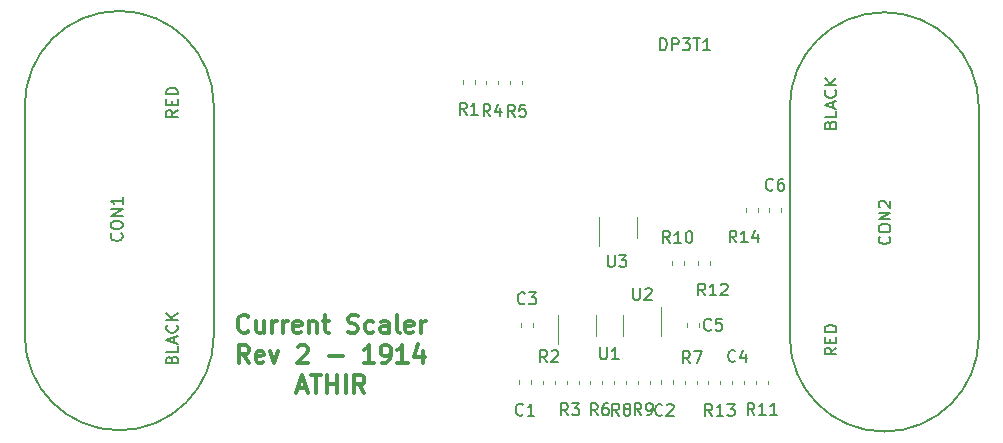
<source format=gto>
G04 #@! TF.GenerationSoftware,KiCad,Pcbnew,(5.0.0)*
G04 #@! TF.CreationDate,2019-04-01T19:30:18+02:00*
G04 #@! TF.ProjectId,currentscaler,63757272656E747363616C65722E6B69,rev?*
G04 #@! TF.SameCoordinates,Original*
G04 #@! TF.FileFunction,Legend,Top*
G04 #@! TF.FilePolarity,Positive*
%FSLAX46Y46*%
G04 Gerber Fmt 4.6, Leading zero omitted, Abs format (unit mm)*
G04 Created by KiCad (PCBNEW (5.0.0)) date 04/01/19 19:30:18*
%MOMM*%
%LPD*%
G01*
G04 APERTURE LIST*
%ADD10C,0.300000*%
%ADD11C,0.150000*%
%ADD12C,0.120000*%
G04 APERTURE END LIST*
D10*
X114400000Y-118485714D02*
X114328571Y-118557142D01*
X114114285Y-118628571D01*
X113971428Y-118628571D01*
X113757142Y-118557142D01*
X113614285Y-118414285D01*
X113542857Y-118271428D01*
X113471428Y-117985714D01*
X113471428Y-117771428D01*
X113542857Y-117485714D01*
X113614285Y-117342857D01*
X113757142Y-117200000D01*
X113971428Y-117128571D01*
X114114285Y-117128571D01*
X114328571Y-117200000D01*
X114400000Y-117271428D01*
X115685714Y-117628571D02*
X115685714Y-118628571D01*
X115042857Y-117628571D02*
X115042857Y-118414285D01*
X115114285Y-118557142D01*
X115257142Y-118628571D01*
X115471428Y-118628571D01*
X115614285Y-118557142D01*
X115685714Y-118485714D01*
X116400000Y-118628571D02*
X116400000Y-117628571D01*
X116400000Y-117914285D02*
X116471428Y-117771428D01*
X116542857Y-117700000D01*
X116685714Y-117628571D01*
X116828571Y-117628571D01*
X117328571Y-118628571D02*
X117328571Y-117628571D01*
X117328571Y-117914285D02*
X117400000Y-117771428D01*
X117471428Y-117700000D01*
X117614285Y-117628571D01*
X117757142Y-117628571D01*
X118828571Y-118557142D02*
X118685714Y-118628571D01*
X118400000Y-118628571D01*
X118257142Y-118557142D01*
X118185714Y-118414285D01*
X118185714Y-117842857D01*
X118257142Y-117700000D01*
X118400000Y-117628571D01*
X118685714Y-117628571D01*
X118828571Y-117700000D01*
X118900000Y-117842857D01*
X118900000Y-117985714D01*
X118185714Y-118128571D01*
X119542857Y-117628571D02*
X119542857Y-118628571D01*
X119542857Y-117771428D02*
X119614285Y-117700000D01*
X119757142Y-117628571D01*
X119971428Y-117628571D01*
X120114285Y-117700000D01*
X120185714Y-117842857D01*
X120185714Y-118628571D01*
X120685714Y-117628571D02*
X121257142Y-117628571D01*
X120900000Y-117128571D02*
X120900000Y-118414285D01*
X120971428Y-118557142D01*
X121114285Y-118628571D01*
X121257142Y-118628571D01*
X122828571Y-118557142D02*
X123042857Y-118628571D01*
X123400000Y-118628571D01*
X123542857Y-118557142D01*
X123614285Y-118485714D01*
X123685714Y-118342857D01*
X123685714Y-118200000D01*
X123614285Y-118057142D01*
X123542857Y-117985714D01*
X123400000Y-117914285D01*
X123114285Y-117842857D01*
X122971428Y-117771428D01*
X122900000Y-117700000D01*
X122828571Y-117557142D01*
X122828571Y-117414285D01*
X122900000Y-117271428D01*
X122971428Y-117200000D01*
X123114285Y-117128571D01*
X123471428Y-117128571D01*
X123685714Y-117200000D01*
X124971428Y-118557142D02*
X124828571Y-118628571D01*
X124542857Y-118628571D01*
X124400000Y-118557142D01*
X124328571Y-118485714D01*
X124257142Y-118342857D01*
X124257142Y-117914285D01*
X124328571Y-117771428D01*
X124400000Y-117700000D01*
X124542857Y-117628571D01*
X124828571Y-117628571D01*
X124971428Y-117700000D01*
X126257142Y-118628571D02*
X126257142Y-117842857D01*
X126185714Y-117700000D01*
X126042857Y-117628571D01*
X125757142Y-117628571D01*
X125614285Y-117700000D01*
X126257142Y-118557142D02*
X126114285Y-118628571D01*
X125757142Y-118628571D01*
X125614285Y-118557142D01*
X125542857Y-118414285D01*
X125542857Y-118271428D01*
X125614285Y-118128571D01*
X125757142Y-118057142D01*
X126114285Y-118057142D01*
X126257142Y-117985714D01*
X127185714Y-118628571D02*
X127042857Y-118557142D01*
X126971428Y-118414285D01*
X126971428Y-117128571D01*
X128328571Y-118557142D02*
X128185714Y-118628571D01*
X127900000Y-118628571D01*
X127757142Y-118557142D01*
X127685714Y-118414285D01*
X127685714Y-117842857D01*
X127757142Y-117700000D01*
X127900000Y-117628571D01*
X128185714Y-117628571D01*
X128328571Y-117700000D01*
X128400000Y-117842857D01*
X128400000Y-117985714D01*
X127685714Y-118128571D01*
X129042857Y-118628571D02*
X129042857Y-117628571D01*
X129042857Y-117914285D02*
X129114285Y-117771428D01*
X129185714Y-117700000D01*
X129328571Y-117628571D01*
X129471428Y-117628571D01*
X114435714Y-121178571D02*
X113935714Y-120464285D01*
X113578571Y-121178571D02*
X113578571Y-119678571D01*
X114150000Y-119678571D01*
X114292857Y-119750000D01*
X114364285Y-119821428D01*
X114435714Y-119964285D01*
X114435714Y-120178571D01*
X114364285Y-120321428D01*
X114292857Y-120392857D01*
X114150000Y-120464285D01*
X113578571Y-120464285D01*
X115650000Y-121107142D02*
X115507142Y-121178571D01*
X115221428Y-121178571D01*
X115078571Y-121107142D01*
X115007142Y-120964285D01*
X115007142Y-120392857D01*
X115078571Y-120250000D01*
X115221428Y-120178571D01*
X115507142Y-120178571D01*
X115650000Y-120250000D01*
X115721428Y-120392857D01*
X115721428Y-120535714D01*
X115007142Y-120678571D01*
X116221428Y-120178571D02*
X116578571Y-121178571D01*
X116935714Y-120178571D01*
X118578571Y-119821428D02*
X118650000Y-119750000D01*
X118792857Y-119678571D01*
X119150000Y-119678571D01*
X119292857Y-119750000D01*
X119364285Y-119821428D01*
X119435714Y-119964285D01*
X119435714Y-120107142D01*
X119364285Y-120321428D01*
X118507142Y-121178571D01*
X119435714Y-121178571D01*
X121221428Y-120607142D02*
X122364285Y-120607142D01*
X125007142Y-121178571D02*
X124150000Y-121178571D01*
X124578571Y-121178571D02*
X124578571Y-119678571D01*
X124435714Y-119892857D01*
X124292857Y-120035714D01*
X124150000Y-120107142D01*
X125721428Y-121178571D02*
X126007142Y-121178571D01*
X126150000Y-121107142D01*
X126221428Y-121035714D01*
X126364285Y-120821428D01*
X126435714Y-120535714D01*
X126435714Y-119964285D01*
X126364285Y-119821428D01*
X126292857Y-119750000D01*
X126150000Y-119678571D01*
X125864285Y-119678571D01*
X125721428Y-119750000D01*
X125650000Y-119821428D01*
X125578571Y-119964285D01*
X125578571Y-120321428D01*
X125650000Y-120464285D01*
X125721428Y-120535714D01*
X125864285Y-120607142D01*
X126150000Y-120607142D01*
X126292857Y-120535714D01*
X126364285Y-120464285D01*
X126435714Y-120321428D01*
X127864285Y-121178571D02*
X127007142Y-121178571D01*
X127435714Y-121178571D02*
X127435714Y-119678571D01*
X127292857Y-119892857D01*
X127150000Y-120035714D01*
X127007142Y-120107142D01*
X129150000Y-120178571D02*
X129150000Y-121178571D01*
X128792857Y-119607142D02*
X128435714Y-120678571D01*
X129364285Y-120678571D01*
X118578571Y-123300000D02*
X119292857Y-123300000D01*
X118435714Y-123728571D02*
X118935714Y-122228571D01*
X119435714Y-123728571D01*
X119721428Y-122228571D02*
X120578571Y-122228571D01*
X120150000Y-123728571D02*
X120150000Y-122228571D01*
X121078571Y-123728571D02*
X121078571Y-122228571D01*
X121078571Y-122942857D02*
X121935714Y-122942857D01*
X121935714Y-123728571D02*
X121935714Y-122228571D01*
X122650000Y-123728571D02*
X122650000Y-122228571D01*
X124221428Y-123728571D02*
X123721428Y-123014285D01*
X123364285Y-123728571D02*
X123364285Y-122228571D01*
X123935714Y-122228571D01*
X124078571Y-122300000D01*
X124150000Y-122371428D01*
X124221428Y-122514285D01*
X124221428Y-122728571D01*
X124150000Y-122871428D01*
X124078571Y-122942857D01*
X123935714Y-123014285D01*
X123364285Y-123014285D01*
D11*
G04 #@! TO.C,CON2*
X160230000Y-99500000D02*
X160230000Y-119000000D01*
X176230000Y-119000000D02*
X176230000Y-99500000D01*
X176230000Y-119000000D02*
G75*
G02X160230000Y-119000000I-8000000J0D01*
G01*
X160230000Y-99500000D02*
G75*
G02X176230000Y-99500000I8000000J0D01*
G01*
G04 #@! TO.C,CON1*
X111460000Y-118890000D02*
X111460000Y-99390000D01*
X95460000Y-99390000D02*
X95460000Y-118890000D01*
X95460000Y-99390000D02*
G75*
G02X111460000Y-99390000I8000000J0D01*
G01*
X111460000Y-118890000D02*
G75*
G02X95460000Y-118890000I-8000000J0D01*
G01*
D12*
G04 #@! TO.C,C2*
X149340000Y-123000279D02*
X149340000Y-122674721D01*
X150360000Y-123000279D02*
X150360000Y-122674721D01*
G04 #@! TO.C,U1*
X143860000Y-118900000D02*
X143860000Y-117100000D01*
X140640000Y-117100000D02*
X140640000Y-119550000D01*
G04 #@! TO.C,U2*
X149360000Y-118900000D02*
X149360000Y-116450000D01*
X146140000Y-117100000D02*
X146140000Y-118900000D01*
G04 #@! TO.C,U3*
X147260000Y-110650000D02*
X147260000Y-108850000D01*
X144040000Y-108850000D02*
X144040000Y-111300000D01*
G04 #@! TO.C,R9*
X147340000Y-123012779D02*
X147340000Y-122687221D01*
X148360000Y-123012779D02*
X148360000Y-122687221D01*
G04 #@! TO.C,R6*
X143340000Y-122687221D02*
X143340000Y-123012779D01*
X144360000Y-122687221D02*
X144360000Y-123012779D01*
G04 #@! TO.C,R10*
X151260000Y-112587221D02*
X151260000Y-112912779D01*
X150240000Y-112587221D02*
X150240000Y-112912779D01*
G04 #@! TO.C,R4*
X134540000Y-97287221D02*
X134540000Y-97612779D01*
X135560000Y-97287221D02*
X135560000Y-97612779D01*
G04 #@! TO.C,R7*
X151340000Y-123012779D02*
X151340000Y-122687221D01*
X152360000Y-123012779D02*
X152360000Y-122687221D01*
G04 #@! TO.C,R8*
X146360000Y-123012779D02*
X146360000Y-122687221D01*
X145340000Y-123012779D02*
X145340000Y-122687221D01*
G04 #@! TO.C,R5*
X137560000Y-97287221D02*
X137560000Y-97612779D01*
X136540000Y-97287221D02*
X136540000Y-97612779D01*
G04 #@! TO.C,R14*
X156490000Y-108049721D02*
X156490000Y-108375279D01*
X157510000Y-108049721D02*
X157510000Y-108375279D01*
G04 #@! TO.C,R13*
X153340000Y-123012779D02*
X153340000Y-122687221D01*
X154360000Y-123012779D02*
X154360000Y-122687221D01*
G04 #@! TO.C,R3*
X141340000Y-122687221D02*
X141340000Y-123012779D01*
X142360000Y-122687221D02*
X142360000Y-123012779D01*
G04 #@! TO.C,R2*
X139340000Y-122687221D02*
X139340000Y-123012779D01*
X140360000Y-122687221D02*
X140360000Y-123012779D01*
G04 #@! TO.C,R1*
X133560000Y-97247221D02*
X133560000Y-97572779D01*
X132540000Y-97247221D02*
X132540000Y-97572779D01*
G04 #@! TO.C,R12*
X152490000Y-112912779D02*
X152490000Y-112587221D01*
X153510000Y-112912779D02*
X153510000Y-112587221D01*
G04 #@! TO.C,C6*
X158490000Y-108087221D02*
X158490000Y-108412779D01*
X159510000Y-108087221D02*
X159510000Y-108412779D01*
G04 #@! TO.C,R11*
X158360000Y-123012779D02*
X158360000Y-122687221D01*
X157340000Y-123012779D02*
X157340000Y-122687221D01*
G04 #@! TO.C,C5*
X151490000Y-118162779D02*
X151490000Y-117837221D01*
X152510000Y-118162779D02*
X152510000Y-117837221D01*
G04 #@! TO.C,C4*
X156360000Y-123012779D02*
X156360000Y-122687221D01*
X155340000Y-123012779D02*
X155340000Y-122687221D01*
G04 #@! TO.C,C3*
X138510000Y-117837221D02*
X138510000Y-118162779D01*
X137490000Y-117837221D02*
X137490000Y-118162779D01*
G04 #@! TO.C,C1*
X137340000Y-122674721D02*
X137340000Y-123000279D01*
X138360000Y-122674721D02*
X138360000Y-123000279D01*
G04 #@! TO.C,CON2*
D11*
X168657142Y-110504285D02*
X168704761Y-110551904D01*
X168752380Y-110694761D01*
X168752380Y-110790000D01*
X168704761Y-110932857D01*
X168609523Y-111028095D01*
X168514285Y-111075714D01*
X168323809Y-111123333D01*
X168180952Y-111123333D01*
X167990476Y-111075714D01*
X167895238Y-111028095D01*
X167800000Y-110932857D01*
X167752380Y-110790000D01*
X167752380Y-110694761D01*
X167800000Y-110551904D01*
X167847619Y-110504285D01*
X167752380Y-109885238D02*
X167752380Y-109694761D01*
X167800000Y-109599523D01*
X167895238Y-109504285D01*
X168085714Y-109456666D01*
X168419047Y-109456666D01*
X168609523Y-109504285D01*
X168704761Y-109599523D01*
X168752380Y-109694761D01*
X168752380Y-109885238D01*
X168704761Y-109980476D01*
X168609523Y-110075714D01*
X168419047Y-110123333D01*
X168085714Y-110123333D01*
X167895238Y-110075714D01*
X167800000Y-109980476D01*
X167752380Y-109885238D01*
X168752380Y-109028095D02*
X167752380Y-109028095D01*
X168752380Y-108456666D01*
X167752380Y-108456666D01*
X167847619Y-108028095D02*
X167800000Y-107980476D01*
X167752380Y-107885238D01*
X167752380Y-107647142D01*
X167800000Y-107551904D01*
X167847619Y-107504285D01*
X167942857Y-107456666D01*
X168038095Y-107456666D01*
X168180952Y-107504285D01*
X168752380Y-108075714D01*
X168752380Y-107456666D01*
X163658571Y-101011904D02*
X163706190Y-100869047D01*
X163753809Y-100821428D01*
X163849047Y-100773809D01*
X163991904Y-100773809D01*
X164087142Y-100821428D01*
X164134761Y-100869047D01*
X164182380Y-100964285D01*
X164182380Y-101345238D01*
X163182380Y-101345238D01*
X163182380Y-101011904D01*
X163230000Y-100916666D01*
X163277619Y-100869047D01*
X163372857Y-100821428D01*
X163468095Y-100821428D01*
X163563333Y-100869047D01*
X163610952Y-100916666D01*
X163658571Y-101011904D01*
X163658571Y-101345238D01*
X164182380Y-99869047D02*
X164182380Y-100345238D01*
X163182380Y-100345238D01*
X163896666Y-99583333D02*
X163896666Y-99107142D01*
X164182380Y-99678571D02*
X163182380Y-99345238D01*
X164182380Y-99011904D01*
X164087142Y-98107142D02*
X164134761Y-98154761D01*
X164182380Y-98297619D01*
X164182380Y-98392857D01*
X164134761Y-98535714D01*
X164039523Y-98630952D01*
X163944285Y-98678571D01*
X163753809Y-98726190D01*
X163610952Y-98726190D01*
X163420476Y-98678571D01*
X163325238Y-98630952D01*
X163230000Y-98535714D01*
X163182380Y-98392857D01*
X163182380Y-98297619D01*
X163230000Y-98154761D01*
X163277619Y-98107142D01*
X164182380Y-97678571D02*
X163182380Y-97678571D01*
X164182380Y-97107142D02*
X163610952Y-97535714D01*
X163182380Y-97107142D02*
X163753809Y-97678571D01*
X164182380Y-119892857D02*
X163706190Y-120226190D01*
X164182380Y-120464285D02*
X163182380Y-120464285D01*
X163182380Y-120083333D01*
X163230000Y-119988095D01*
X163277619Y-119940476D01*
X163372857Y-119892857D01*
X163515714Y-119892857D01*
X163610952Y-119940476D01*
X163658571Y-119988095D01*
X163706190Y-120083333D01*
X163706190Y-120464285D01*
X163658571Y-119464285D02*
X163658571Y-119130952D01*
X164182380Y-118988095D02*
X164182380Y-119464285D01*
X163182380Y-119464285D01*
X163182380Y-118988095D01*
X164182380Y-118559523D02*
X163182380Y-118559523D01*
X163182380Y-118321428D01*
X163230000Y-118178571D01*
X163325238Y-118083333D01*
X163420476Y-118035714D01*
X163610952Y-117988095D01*
X163753809Y-117988095D01*
X163944285Y-118035714D01*
X164039523Y-118083333D01*
X164134761Y-118178571D01*
X164182380Y-118321428D01*
X164182380Y-118559523D01*
G04 #@! TO.C,CON1*
X103647142Y-110224285D02*
X103694761Y-110271904D01*
X103742380Y-110414761D01*
X103742380Y-110510000D01*
X103694761Y-110652857D01*
X103599523Y-110748095D01*
X103504285Y-110795714D01*
X103313809Y-110843333D01*
X103170952Y-110843333D01*
X102980476Y-110795714D01*
X102885238Y-110748095D01*
X102790000Y-110652857D01*
X102742380Y-110510000D01*
X102742380Y-110414761D01*
X102790000Y-110271904D01*
X102837619Y-110224285D01*
X102742380Y-109605238D02*
X102742380Y-109414761D01*
X102790000Y-109319523D01*
X102885238Y-109224285D01*
X103075714Y-109176666D01*
X103409047Y-109176666D01*
X103599523Y-109224285D01*
X103694761Y-109319523D01*
X103742380Y-109414761D01*
X103742380Y-109605238D01*
X103694761Y-109700476D01*
X103599523Y-109795714D01*
X103409047Y-109843333D01*
X103075714Y-109843333D01*
X102885238Y-109795714D01*
X102790000Y-109700476D01*
X102742380Y-109605238D01*
X103742380Y-108748095D02*
X102742380Y-108748095D01*
X103742380Y-108176666D01*
X102742380Y-108176666D01*
X103742380Y-107176666D02*
X103742380Y-107748095D01*
X103742380Y-107462380D02*
X102742380Y-107462380D01*
X102885238Y-107557619D01*
X102980476Y-107652857D01*
X103028095Y-107748095D01*
X107888571Y-120901904D02*
X107936190Y-120759047D01*
X107983809Y-120711428D01*
X108079047Y-120663809D01*
X108221904Y-120663809D01*
X108317142Y-120711428D01*
X108364761Y-120759047D01*
X108412380Y-120854285D01*
X108412380Y-121235238D01*
X107412380Y-121235238D01*
X107412380Y-120901904D01*
X107460000Y-120806666D01*
X107507619Y-120759047D01*
X107602857Y-120711428D01*
X107698095Y-120711428D01*
X107793333Y-120759047D01*
X107840952Y-120806666D01*
X107888571Y-120901904D01*
X107888571Y-121235238D01*
X108412380Y-119759047D02*
X108412380Y-120235238D01*
X107412380Y-120235238D01*
X108126666Y-119473333D02*
X108126666Y-118997142D01*
X108412380Y-119568571D02*
X107412380Y-119235238D01*
X108412380Y-118901904D01*
X108317142Y-117997142D02*
X108364761Y-118044761D01*
X108412380Y-118187619D01*
X108412380Y-118282857D01*
X108364761Y-118425714D01*
X108269523Y-118520952D01*
X108174285Y-118568571D01*
X107983809Y-118616190D01*
X107840952Y-118616190D01*
X107650476Y-118568571D01*
X107555238Y-118520952D01*
X107460000Y-118425714D01*
X107412380Y-118282857D01*
X107412380Y-118187619D01*
X107460000Y-118044761D01*
X107507619Y-117997142D01*
X108412380Y-117568571D02*
X107412380Y-117568571D01*
X108412380Y-116997142D02*
X107840952Y-117425714D01*
X107412380Y-116997142D02*
X107983809Y-117568571D01*
X108412380Y-99782857D02*
X107936190Y-100116190D01*
X108412380Y-100354285D02*
X107412380Y-100354285D01*
X107412380Y-99973333D01*
X107460000Y-99878095D01*
X107507619Y-99830476D01*
X107602857Y-99782857D01*
X107745714Y-99782857D01*
X107840952Y-99830476D01*
X107888571Y-99878095D01*
X107936190Y-99973333D01*
X107936190Y-100354285D01*
X107888571Y-99354285D02*
X107888571Y-99020952D01*
X108412380Y-98878095D02*
X108412380Y-99354285D01*
X107412380Y-99354285D01*
X107412380Y-98878095D01*
X108412380Y-98449523D02*
X107412380Y-98449523D01*
X107412380Y-98211428D01*
X107460000Y-98068571D01*
X107555238Y-97973333D01*
X107650476Y-97925714D01*
X107840952Y-97878095D01*
X107983809Y-97878095D01*
X108174285Y-97925714D01*
X108269523Y-97973333D01*
X108364761Y-98068571D01*
X108412380Y-98211428D01*
X108412380Y-98449523D01*
G04 #@! TO.C,DP3T1*
X149254761Y-94702380D02*
X149254761Y-93702380D01*
X149492857Y-93702380D01*
X149635714Y-93750000D01*
X149730952Y-93845238D01*
X149778571Y-93940476D01*
X149826190Y-94130952D01*
X149826190Y-94273809D01*
X149778571Y-94464285D01*
X149730952Y-94559523D01*
X149635714Y-94654761D01*
X149492857Y-94702380D01*
X149254761Y-94702380D01*
X150254761Y-94702380D02*
X150254761Y-93702380D01*
X150635714Y-93702380D01*
X150730952Y-93750000D01*
X150778571Y-93797619D01*
X150826190Y-93892857D01*
X150826190Y-94035714D01*
X150778571Y-94130952D01*
X150730952Y-94178571D01*
X150635714Y-94226190D01*
X150254761Y-94226190D01*
X151159523Y-93702380D02*
X151778571Y-93702380D01*
X151445238Y-94083333D01*
X151588095Y-94083333D01*
X151683333Y-94130952D01*
X151730952Y-94178571D01*
X151778571Y-94273809D01*
X151778571Y-94511904D01*
X151730952Y-94607142D01*
X151683333Y-94654761D01*
X151588095Y-94702380D01*
X151302380Y-94702380D01*
X151207142Y-94654761D01*
X151159523Y-94607142D01*
X152064285Y-93702380D02*
X152635714Y-93702380D01*
X152350000Y-94702380D02*
X152350000Y-93702380D01*
X153492857Y-94702380D02*
X152921428Y-94702380D01*
X153207142Y-94702380D02*
X153207142Y-93702380D01*
X153111904Y-93845238D01*
X153016666Y-93940476D01*
X152921428Y-93988095D01*
G04 #@! TO.C,C2*
X149433333Y-125577142D02*
X149385714Y-125624761D01*
X149242857Y-125672380D01*
X149147619Y-125672380D01*
X149004761Y-125624761D01*
X148909523Y-125529523D01*
X148861904Y-125434285D01*
X148814285Y-125243809D01*
X148814285Y-125100952D01*
X148861904Y-124910476D01*
X148909523Y-124815238D01*
X149004761Y-124720000D01*
X149147619Y-124672380D01*
X149242857Y-124672380D01*
X149385714Y-124720000D01*
X149433333Y-124767619D01*
X149814285Y-124767619D02*
X149861904Y-124720000D01*
X149957142Y-124672380D01*
X150195238Y-124672380D01*
X150290476Y-124720000D01*
X150338095Y-124767619D01*
X150385714Y-124862857D01*
X150385714Y-124958095D01*
X150338095Y-125100952D01*
X149766666Y-125672380D01*
X150385714Y-125672380D01*
G04 #@! TO.C,U1*
X144158095Y-119872380D02*
X144158095Y-120681904D01*
X144205714Y-120777142D01*
X144253333Y-120824761D01*
X144348571Y-120872380D01*
X144539047Y-120872380D01*
X144634285Y-120824761D01*
X144681904Y-120777142D01*
X144729523Y-120681904D01*
X144729523Y-119872380D01*
X145729523Y-120872380D02*
X145158095Y-120872380D01*
X145443809Y-120872380D02*
X145443809Y-119872380D01*
X145348571Y-120015238D01*
X145253333Y-120110476D01*
X145158095Y-120158095D01*
G04 #@! TO.C,U2*
X146968095Y-114842380D02*
X146968095Y-115651904D01*
X147015714Y-115747142D01*
X147063333Y-115794761D01*
X147158571Y-115842380D01*
X147349047Y-115842380D01*
X147444285Y-115794761D01*
X147491904Y-115747142D01*
X147539523Y-115651904D01*
X147539523Y-114842380D01*
X147968095Y-114937619D02*
X148015714Y-114890000D01*
X148110952Y-114842380D01*
X148349047Y-114842380D01*
X148444285Y-114890000D01*
X148491904Y-114937619D01*
X148539523Y-115032857D01*
X148539523Y-115128095D01*
X148491904Y-115270952D01*
X147920476Y-115842380D01*
X148539523Y-115842380D01*
G04 #@! TO.C,U3*
X144828095Y-112072380D02*
X144828095Y-112881904D01*
X144875714Y-112977142D01*
X144923333Y-113024761D01*
X145018571Y-113072380D01*
X145209047Y-113072380D01*
X145304285Y-113024761D01*
X145351904Y-112977142D01*
X145399523Y-112881904D01*
X145399523Y-112072380D01*
X145780476Y-112072380D02*
X146399523Y-112072380D01*
X146066190Y-112453333D01*
X146209047Y-112453333D01*
X146304285Y-112500952D01*
X146351904Y-112548571D01*
X146399523Y-112643809D01*
X146399523Y-112881904D01*
X146351904Y-112977142D01*
X146304285Y-113024761D01*
X146209047Y-113072380D01*
X145923333Y-113072380D01*
X145828095Y-113024761D01*
X145780476Y-112977142D01*
G04 #@! TO.C,R9*
X147663333Y-125602380D02*
X147330000Y-125126190D01*
X147091904Y-125602380D02*
X147091904Y-124602380D01*
X147472857Y-124602380D01*
X147568095Y-124650000D01*
X147615714Y-124697619D01*
X147663333Y-124792857D01*
X147663333Y-124935714D01*
X147615714Y-125030952D01*
X147568095Y-125078571D01*
X147472857Y-125126190D01*
X147091904Y-125126190D01*
X148139523Y-125602380D02*
X148330000Y-125602380D01*
X148425238Y-125554761D01*
X148472857Y-125507142D01*
X148568095Y-125364285D01*
X148615714Y-125173809D01*
X148615714Y-124792857D01*
X148568095Y-124697619D01*
X148520476Y-124650000D01*
X148425238Y-124602380D01*
X148234761Y-124602380D01*
X148139523Y-124650000D01*
X148091904Y-124697619D01*
X148044285Y-124792857D01*
X148044285Y-125030952D01*
X148091904Y-125126190D01*
X148139523Y-125173809D01*
X148234761Y-125221428D01*
X148425238Y-125221428D01*
X148520476Y-125173809D01*
X148568095Y-125126190D01*
X148615714Y-125030952D01*
G04 #@! TO.C,R6*
X143953333Y-125622380D02*
X143620000Y-125146190D01*
X143381904Y-125622380D02*
X143381904Y-124622380D01*
X143762857Y-124622380D01*
X143858095Y-124670000D01*
X143905714Y-124717619D01*
X143953333Y-124812857D01*
X143953333Y-124955714D01*
X143905714Y-125050952D01*
X143858095Y-125098571D01*
X143762857Y-125146190D01*
X143381904Y-125146190D01*
X144810476Y-124622380D02*
X144620000Y-124622380D01*
X144524761Y-124670000D01*
X144477142Y-124717619D01*
X144381904Y-124860476D01*
X144334285Y-125050952D01*
X144334285Y-125431904D01*
X144381904Y-125527142D01*
X144429523Y-125574761D01*
X144524761Y-125622380D01*
X144715238Y-125622380D01*
X144810476Y-125574761D01*
X144858095Y-125527142D01*
X144905714Y-125431904D01*
X144905714Y-125193809D01*
X144858095Y-125098571D01*
X144810476Y-125050952D01*
X144715238Y-125003333D01*
X144524761Y-125003333D01*
X144429523Y-125050952D01*
X144381904Y-125098571D01*
X144334285Y-125193809D01*
G04 #@! TO.C,R10*
X150087142Y-111032380D02*
X149753809Y-110556190D01*
X149515714Y-111032380D02*
X149515714Y-110032380D01*
X149896666Y-110032380D01*
X149991904Y-110080000D01*
X150039523Y-110127619D01*
X150087142Y-110222857D01*
X150087142Y-110365714D01*
X150039523Y-110460952D01*
X149991904Y-110508571D01*
X149896666Y-110556190D01*
X149515714Y-110556190D01*
X151039523Y-111032380D02*
X150468095Y-111032380D01*
X150753809Y-111032380D02*
X150753809Y-110032380D01*
X150658571Y-110175238D01*
X150563333Y-110270476D01*
X150468095Y-110318095D01*
X151658571Y-110032380D02*
X151753809Y-110032380D01*
X151849047Y-110080000D01*
X151896666Y-110127619D01*
X151944285Y-110222857D01*
X151991904Y-110413333D01*
X151991904Y-110651428D01*
X151944285Y-110841904D01*
X151896666Y-110937142D01*
X151849047Y-110984761D01*
X151753809Y-111032380D01*
X151658571Y-111032380D01*
X151563333Y-110984761D01*
X151515714Y-110937142D01*
X151468095Y-110841904D01*
X151420476Y-110651428D01*
X151420476Y-110413333D01*
X151468095Y-110222857D01*
X151515714Y-110127619D01*
X151563333Y-110080000D01*
X151658571Y-110032380D01*
G04 #@! TO.C,R4*
X134873333Y-100302380D02*
X134540000Y-99826190D01*
X134301904Y-100302380D02*
X134301904Y-99302380D01*
X134682857Y-99302380D01*
X134778095Y-99350000D01*
X134825714Y-99397619D01*
X134873333Y-99492857D01*
X134873333Y-99635714D01*
X134825714Y-99730952D01*
X134778095Y-99778571D01*
X134682857Y-99826190D01*
X134301904Y-99826190D01*
X135730476Y-99635714D02*
X135730476Y-100302380D01*
X135492380Y-99254761D02*
X135254285Y-99969047D01*
X135873333Y-99969047D01*
G04 #@! TO.C,R7*
X151773333Y-121212380D02*
X151440000Y-120736190D01*
X151201904Y-121212380D02*
X151201904Y-120212380D01*
X151582857Y-120212380D01*
X151678095Y-120260000D01*
X151725714Y-120307619D01*
X151773333Y-120402857D01*
X151773333Y-120545714D01*
X151725714Y-120640952D01*
X151678095Y-120688571D01*
X151582857Y-120736190D01*
X151201904Y-120736190D01*
X152106666Y-120212380D02*
X152773333Y-120212380D01*
X152344761Y-121212380D01*
G04 #@! TO.C,R8*
X145783333Y-125642380D02*
X145450000Y-125166190D01*
X145211904Y-125642380D02*
X145211904Y-124642380D01*
X145592857Y-124642380D01*
X145688095Y-124690000D01*
X145735714Y-124737619D01*
X145783333Y-124832857D01*
X145783333Y-124975714D01*
X145735714Y-125070952D01*
X145688095Y-125118571D01*
X145592857Y-125166190D01*
X145211904Y-125166190D01*
X146354761Y-125070952D02*
X146259523Y-125023333D01*
X146211904Y-124975714D01*
X146164285Y-124880476D01*
X146164285Y-124832857D01*
X146211904Y-124737619D01*
X146259523Y-124690000D01*
X146354761Y-124642380D01*
X146545238Y-124642380D01*
X146640476Y-124690000D01*
X146688095Y-124737619D01*
X146735714Y-124832857D01*
X146735714Y-124880476D01*
X146688095Y-124975714D01*
X146640476Y-125023333D01*
X146545238Y-125070952D01*
X146354761Y-125070952D01*
X146259523Y-125118571D01*
X146211904Y-125166190D01*
X146164285Y-125261428D01*
X146164285Y-125451904D01*
X146211904Y-125547142D01*
X146259523Y-125594761D01*
X146354761Y-125642380D01*
X146545238Y-125642380D01*
X146640476Y-125594761D01*
X146688095Y-125547142D01*
X146735714Y-125451904D01*
X146735714Y-125261428D01*
X146688095Y-125166190D01*
X146640476Y-125118571D01*
X146545238Y-125070952D01*
G04 #@! TO.C,R5*
X136933333Y-100342380D02*
X136600000Y-99866190D01*
X136361904Y-100342380D02*
X136361904Y-99342380D01*
X136742857Y-99342380D01*
X136838095Y-99390000D01*
X136885714Y-99437619D01*
X136933333Y-99532857D01*
X136933333Y-99675714D01*
X136885714Y-99770952D01*
X136838095Y-99818571D01*
X136742857Y-99866190D01*
X136361904Y-99866190D01*
X137838095Y-99342380D02*
X137361904Y-99342380D01*
X137314285Y-99818571D01*
X137361904Y-99770952D01*
X137457142Y-99723333D01*
X137695238Y-99723333D01*
X137790476Y-99770952D01*
X137838095Y-99818571D01*
X137885714Y-99913809D01*
X137885714Y-100151904D01*
X137838095Y-100247142D01*
X137790476Y-100294761D01*
X137695238Y-100342380D01*
X137457142Y-100342380D01*
X137361904Y-100294761D01*
X137314285Y-100247142D01*
G04 #@! TO.C,R14*
X155707142Y-110982380D02*
X155373809Y-110506190D01*
X155135714Y-110982380D02*
X155135714Y-109982380D01*
X155516666Y-109982380D01*
X155611904Y-110030000D01*
X155659523Y-110077619D01*
X155707142Y-110172857D01*
X155707142Y-110315714D01*
X155659523Y-110410952D01*
X155611904Y-110458571D01*
X155516666Y-110506190D01*
X155135714Y-110506190D01*
X156659523Y-110982380D02*
X156088095Y-110982380D01*
X156373809Y-110982380D02*
X156373809Y-109982380D01*
X156278571Y-110125238D01*
X156183333Y-110220476D01*
X156088095Y-110268095D01*
X157516666Y-110315714D02*
X157516666Y-110982380D01*
X157278571Y-109934761D02*
X157040476Y-110649047D01*
X157659523Y-110649047D01*
G04 #@! TO.C,R13*
X153657142Y-125672380D02*
X153323809Y-125196190D01*
X153085714Y-125672380D02*
X153085714Y-124672380D01*
X153466666Y-124672380D01*
X153561904Y-124720000D01*
X153609523Y-124767619D01*
X153657142Y-124862857D01*
X153657142Y-125005714D01*
X153609523Y-125100952D01*
X153561904Y-125148571D01*
X153466666Y-125196190D01*
X153085714Y-125196190D01*
X154609523Y-125672380D02*
X154038095Y-125672380D01*
X154323809Y-125672380D02*
X154323809Y-124672380D01*
X154228571Y-124815238D01*
X154133333Y-124910476D01*
X154038095Y-124958095D01*
X154942857Y-124672380D02*
X155561904Y-124672380D01*
X155228571Y-125053333D01*
X155371428Y-125053333D01*
X155466666Y-125100952D01*
X155514285Y-125148571D01*
X155561904Y-125243809D01*
X155561904Y-125481904D01*
X155514285Y-125577142D01*
X155466666Y-125624761D01*
X155371428Y-125672380D01*
X155085714Y-125672380D01*
X154990476Y-125624761D01*
X154942857Y-125577142D01*
G04 #@! TO.C,R3*
X141453333Y-125622380D02*
X141120000Y-125146190D01*
X140881904Y-125622380D02*
X140881904Y-124622380D01*
X141262857Y-124622380D01*
X141358095Y-124670000D01*
X141405714Y-124717619D01*
X141453333Y-124812857D01*
X141453333Y-124955714D01*
X141405714Y-125050952D01*
X141358095Y-125098571D01*
X141262857Y-125146190D01*
X140881904Y-125146190D01*
X141786666Y-124622380D02*
X142405714Y-124622380D01*
X142072380Y-125003333D01*
X142215238Y-125003333D01*
X142310476Y-125050952D01*
X142358095Y-125098571D01*
X142405714Y-125193809D01*
X142405714Y-125431904D01*
X142358095Y-125527142D01*
X142310476Y-125574761D01*
X142215238Y-125622380D01*
X141929523Y-125622380D01*
X141834285Y-125574761D01*
X141786666Y-125527142D01*
G04 #@! TO.C,R2*
X139693333Y-121122380D02*
X139360000Y-120646190D01*
X139121904Y-121122380D02*
X139121904Y-120122380D01*
X139502857Y-120122380D01*
X139598095Y-120170000D01*
X139645714Y-120217619D01*
X139693333Y-120312857D01*
X139693333Y-120455714D01*
X139645714Y-120550952D01*
X139598095Y-120598571D01*
X139502857Y-120646190D01*
X139121904Y-120646190D01*
X140074285Y-120217619D02*
X140121904Y-120170000D01*
X140217142Y-120122380D01*
X140455238Y-120122380D01*
X140550476Y-120170000D01*
X140598095Y-120217619D01*
X140645714Y-120312857D01*
X140645714Y-120408095D01*
X140598095Y-120550952D01*
X140026666Y-121122380D01*
X140645714Y-121122380D01*
G04 #@! TO.C,R1*
X132863333Y-100162380D02*
X132530000Y-99686190D01*
X132291904Y-100162380D02*
X132291904Y-99162380D01*
X132672857Y-99162380D01*
X132768095Y-99210000D01*
X132815714Y-99257619D01*
X132863333Y-99352857D01*
X132863333Y-99495714D01*
X132815714Y-99590952D01*
X132768095Y-99638571D01*
X132672857Y-99686190D01*
X132291904Y-99686190D01*
X133815714Y-100162380D02*
X133244285Y-100162380D01*
X133530000Y-100162380D02*
X133530000Y-99162380D01*
X133434761Y-99305238D01*
X133339523Y-99400476D01*
X133244285Y-99448095D01*
G04 #@! TO.C,R12*
X153067142Y-115472380D02*
X152733809Y-114996190D01*
X152495714Y-115472380D02*
X152495714Y-114472380D01*
X152876666Y-114472380D01*
X152971904Y-114520000D01*
X153019523Y-114567619D01*
X153067142Y-114662857D01*
X153067142Y-114805714D01*
X153019523Y-114900952D01*
X152971904Y-114948571D01*
X152876666Y-114996190D01*
X152495714Y-114996190D01*
X154019523Y-115472380D02*
X153448095Y-115472380D01*
X153733809Y-115472380D02*
X153733809Y-114472380D01*
X153638571Y-114615238D01*
X153543333Y-114710476D01*
X153448095Y-114758095D01*
X154400476Y-114567619D02*
X154448095Y-114520000D01*
X154543333Y-114472380D01*
X154781428Y-114472380D01*
X154876666Y-114520000D01*
X154924285Y-114567619D01*
X154971904Y-114662857D01*
X154971904Y-114758095D01*
X154924285Y-114900952D01*
X154352857Y-115472380D01*
X154971904Y-115472380D01*
G04 #@! TO.C,C6*
X158813333Y-106497142D02*
X158765714Y-106544761D01*
X158622857Y-106592380D01*
X158527619Y-106592380D01*
X158384761Y-106544761D01*
X158289523Y-106449523D01*
X158241904Y-106354285D01*
X158194285Y-106163809D01*
X158194285Y-106020952D01*
X158241904Y-105830476D01*
X158289523Y-105735238D01*
X158384761Y-105640000D01*
X158527619Y-105592380D01*
X158622857Y-105592380D01*
X158765714Y-105640000D01*
X158813333Y-105687619D01*
X159670476Y-105592380D02*
X159480000Y-105592380D01*
X159384761Y-105640000D01*
X159337142Y-105687619D01*
X159241904Y-105830476D01*
X159194285Y-106020952D01*
X159194285Y-106401904D01*
X159241904Y-106497142D01*
X159289523Y-106544761D01*
X159384761Y-106592380D01*
X159575238Y-106592380D01*
X159670476Y-106544761D01*
X159718095Y-106497142D01*
X159765714Y-106401904D01*
X159765714Y-106163809D01*
X159718095Y-106068571D01*
X159670476Y-106020952D01*
X159575238Y-105973333D01*
X159384761Y-105973333D01*
X159289523Y-106020952D01*
X159241904Y-106068571D01*
X159194285Y-106163809D01*
G04 #@! TO.C,R11*
X157237142Y-125582380D02*
X156903809Y-125106190D01*
X156665714Y-125582380D02*
X156665714Y-124582380D01*
X157046666Y-124582380D01*
X157141904Y-124630000D01*
X157189523Y-124677619D01*
X157237142Y-124772857D01*
X157237142Y-124915714D01*
X157189523Y-125010952D01*
X157141904Y-125058571D01*
X157046666Y-125106190D01*
X156665714Y-125106190D01*
X158189523Y-125582380D02*
X157618095Y-125582380D01*
X157903809Y-125582380D02*
X157903809Y-124582380D01*
X157808571Y-124725238D01*
X157713333Y-124820476D01*
X157618095Y-124868095D01*
X159141904Y-125582380D02*
X158570476Y-125582380D01*
X158856190Y-125582380D02*
X158856190Y-124582380D01*
X158760952Y-124725238D01*
X158665714Y-124820476D01*
X158570476Y-124868095D01*
G04 #@! TO.C,C5*
X153573333Y-118357142D02*
X153525714Y-118404761D01*
X153382857Y-118452380D01*
X153287619Y-118452380D01*
X153144761Y-118404761D01*
X153049523Y-118309523D01*
X153001904Y-118214285D01*
X152954285Y-118023809D01*
X152954285Y-117880952D01*
X153001904Y-117690476D01*
X153049523Y-117595238D01*
X153144761Y-117500000D01*
X153287619Y-117452380D01*
X153382857Y-117452380D01*
X153525714Y-117500000D01*
X153573333Y-117547619D01*
X154478095Y-117452380D02*
X154001904Y-117452380D01*
X153954285Y-117928571D01*
X154001904Y-117880952D01*
X154097142Y-117833333D01*
X154335238Y-117833333D01*
X154430476Y-117880952D01*
X154478095Y-117928571D01*
X154525714Y-118023809D01*
X154525714Y-118261904D01*
X154478095Y-118357142D01*
X154430476Y-118404761D01*
X154335238Y-118452380D01*
X154097142Y-118452380D01*
X154001904Y-118404761D01*
X153954285Y-118357142D01*
G04 #@! TO.C,C4*
X155633333Y-121007142D02*
X155585714Y-121054761D01*
X155442857Y-121102380D01*
X155347619Y-121102380D01*
X155204761Y-121054761D01*
X155109523Y-120959523D01*
X155061904Y-120864285D01*
X155014285Y-120673809D01*
X155014285Y-120530952D01*
X155061904Y-120340476D01*
X155109523Y-120245238D01*
X155204761Y-120150000D01*
X155347619Y-120102380D01*
X155442857Y-120102380D01*
X155585714Y-120150000D01*
X155633333Y-120197619D01*
X156490476Y-120435714D02*
X156490476Y-121102380D01*
X156252380Y-120054761D02*
X156014285Y-120769047D01*
X156633333Y-120769047D01*
G04 #@! TO.C,C3*
X137803333Y-116127142D02*
X137755714Y-116174761D01*
X137612857Y-116222380D01*
X137517619Y-116222380D01*
X137374761Y-116174761D01*
X137279523Y-116079523D01*
X137231904Y-115984285D01*
X137184285Y-115793809D01*
X137184285Y-115650952D01*
X137231904Y-115460476D01*
X137279523Y-115365238D01*
X137374761Y-115270000D01*
X137517619Y-115222380D01*
X137612857Y-115222380D01*
X137755714Y-115270000D01*
X137803333Y-115317619D01*
X138136666Y-115222380D02*
X138755714Y-115222380D01*
X138422380Y-115603333D01*
X138565238Y-115603333D01*
X138660476Y-115650952D01*
X138708095Y-115698571D01*
X138755714Y-115793809D01*
X138755714Y-116031904D01*
X138708095Y-116127142D01*
X138660476Y-116174761D01*
X138565238Y-116222380D01*
X138279523Y-116222380D01*
X138184285Y-116174761D01*
X138136666Y-116127142D01*
G04 #@! TO.C,C1*
X137643333Y-125547142D02*
X137595714Y-125594761D01*
X137452857Y-125642380D01*
X137357619Y-125642380D01*
X137214761Y-125594761D01*
X137119523Y-125499523D01*
X137071904Y-125404285D01*
X137024285Y-125213809D01*
X137024285Y-125070952D01*
X137071904Y-124880476D01*
X137119523Y-124785238D01*
X137214761Y-124690000D01*
X137357619Y-124642380D01*
X137452857Y-124642380D01*
X137595714Y-124690000D01*
X137643333Y-124737619D01*
X138595714Y-125642380D02*
X138024285Y-125642380D01*
X138310000Y-125642380D02*
X138310000Y-124642380D01*
X138214761Y-124785238D01*
X138119523Y-124880476D01*
X138024285Y-124928095D01*
G04 #@! TD*
M02*

</source>
